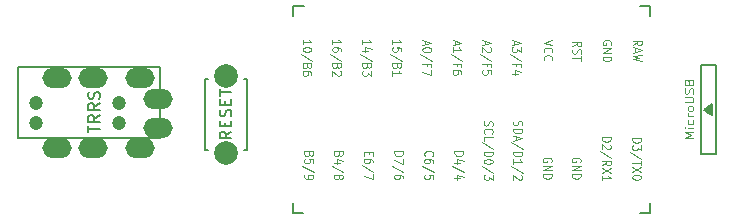
<source format=gbr>
%TF.GenerationSoftware,KiCad,Pcbnew,7.0.1-0*%
%TF.CreationDate,2023-08-16T18:46:33+09:00*%
%TF.ProjectId,jisaku20,6a697361-6b75-4323-902e-6b696361645f,rev?*%
%TF.SameCoordinates,Original*%
%TF.FileFunction,Legend,Top*%
%TF.FilePolarity,Positive*%
%FSLAX46Y46*%
G04 Gerber Fmt 4.6, Leading zero omitted, Abs format (unit mm)*
G04 Created by KiCad (PCBNEW 7.0.1-0) date 2023-08-16 18:46:33*
%MOMM*%
%LPD*%
G01*
G04 APERTURE LIST*
%ADD10C,0.150000*%
%ADD11C,0.125000*%
%ADD12C,0.120000*%
%ADD13C,1.200000*%
%ADD14O,2.500000X1.700000*%
%ADD15C,2.000000*%
G04 APERTURE END LIST*
D10*
%TO.C,J1*%
X16172619Y17108095D02*
X16172619Y17679523D01*
X17172619Y17393809D02*
X16172619Y17393809D01*
X17172619Y18584285D02*
X16696428Y18250952D01*
X17172619Y18012857D02*
X16172619Y18012857D01*
X16172619Y18012857D02*
X16172619Y18393809D01*
X16172619Y18393809D02*
X16220238Y18489047D01*
X16220238Y18489047D02*
X16267857Y18536666D01*
X16267857Y18536666D02*
X16363095Y18584285D01*
X16363095Y18584285D02*
X16505952Y18584285D01*
X16505952Y18584285D02*
X16601190Y18536666D01*
X16601190Y18536666D02*
X16648809Y18489047D01*
X16648809Y18489047D02*
X16696428Y18393809D01*
X16696428Y18393809D02*
X16696428Y18012857D01*
X17172619Y19584285D02*
X16696428Y19250952D01*
X17172619Y19012857D02*
X16172619Y19012857D01*
X16172619Y19012857D02*
X16172619Y19393809D01*
X16172619Y19393809D02*
X16220238Y19489047D01*
X16220238Y19489047D02*
X16267857Y19536666D01*
X16267857Y19536666D02*
X16363095Y19584285D01*
X16363095Y19584285D02*
X16505952Y19584285D01*
X16505952Y19584285D02*
X16601190Y19536666D01*
X16601190Y19536666D02*
X16648809Y19489047D01*
X16648809Y19489047D02*
X16696428Y19393809D01*
X16696428Y19393809D02*
X16696428Y19012857D01*
X17125000Y19965238D02*
X17172619Y20108095D01*
X17172619Y20108095D02*
X17172619Y20346190D01*
X17172619Y20346190D02*
X17125000Y20441428D01*
X17125000Y20441428D02*
X17077380Y20489047D01*
X17077380Y20489047D02*
X16982142Y20536666D01*
X16982142Y20536666D02*
X16886904Y20536666D01*
X16886904Y20536666D02*
X16791666Y20489047D01*
X16791666Y20489047D02*
X16744047Y20441428D01*
X16744047Y20441428D02*
X16696428Y20346190D01*
X16696428Y20346190D02*
X16648809Y20155714D01*
X16648809Y20155714D02*
X16601190Y20060476D01*
X16601190Y20060476D02*
X16553571Y20012857D01*
X16553571Y20012857D02*
X16458333Y19965238D01*
X16458333Y19965238D02*
X16363095Y19965238D01*
X16363095Y19965238D02*
X16267857Y20012857D01*
X16267857Y20012857D02*
X16220238Y20060476D01*
X16220238Y20060476D02*
X16172619Y20155714D01*
X16172619Y20155714D02*
X16172619Y20393809D01*
X16172619Y20393809D02*
X16220238Y20536666D01*
D11*
%TO.C,U1*%
X55389321Y14596875D02*
X55425035Y14660685D01*
X55425035Y14660685D02*
X55425035Y14756399D01*
X55425035Y14756399D02*
X55389321Y14852113D01*
X55389321Y14852113D02*
X55317892Y14915923D01*
X55317892Y14915923D02*
X55246464Y14947828D01*
X55246464Y14947828D02*
X55103607Y14979732D01*
X55103607Y14979732D02*
X54996464Y14979732D01*
X54996464Y14979732D02*
X54853607Y14947828D01*
X54853607Y14947828D02*
X54782178Y14915923D01*
X54782178Y14915923D02*
X54710750Y14852113D01*
X54710750Y14852113D02*
X54675035Y14756399D01*
X54675035Y14756399D02*
X54675035Y14692590D01*
X54675035Y14692590D02*
X54710750Y14596875D01*
X54710750Y14596875D02*
X54746464Y14564971D01*
X54746464Y14564971D02*
X54996464Y14564971D01*
X54996464Y14564971D02*
X54996464Y14692590D01*
X54675035Y14277828D02*
X55425035Y14277828D01*
X55425035Y14277828D02*
X54675035Y13894971D01*
X54675035Y13894971D02*
X55425035Y13894971D01*
X54675035Y13575923D02*
X55425035Y13575923D01*
X55425035Y13575923D02*
X55425035Y13416399D01*
X55425035Y13416399D02*
X55389321Y13320685D01*
X55389321Y13320685D02*
X55317892Y13256875D01*
X55317892Y13256875D02*
X55246464Y13224970D01*
X55246464Y13224970D02*
X55103607Y13193066D01*
X55103607Y13193066D02*
X54996464Y13193066D01*
X54996464Y13193066D02*
X54853607Y13224970D01*
X54853607Y13224970D02*
X54782178Y13256875D01*
X54782178Y13256875D02*
X54710750Y13320685D01*
X54710750Y13320685D02*
X54675035Y13416399D01*
X54675035Y13416399D02*
X54675035Y13575923D01*
X49710750Y18059018D02*
X49675035Y17963304D01*
X49675035Y17963304D02*
X49675035Y17803780D01*
X49675035Y17803780D02*
X49710750Y17739971D01*
X49710750Y17739971D02*
X49746464Y17708066D01*
X49746464Y17708066D02*
X49817892Y17676161D01*
X49817892Y17676161D02*
X49889321Y17676161D01*
X49889321Y17676161D02*
X49960750Y17708066D01*
X49960750Y17708066D02*
X49996464Y17739971D01*
X49996464Y17739971D02*
X50032178Y17803780D01*
X50032178Y17803780D02*
X50067892Y17931399D01*
X50067892Y17931399D02*
X50103607Y17995209D01*
X50103607Y17995209D02*
X50139321Y18027114D01*
X50139321Y18027114D02*
X50210750Y18059018D01*
X50210750Y18059018D02*
X50282178Y18059018D01*
X50282178Y18059018D02*
X50353607Y18027114D01*
X50353607Y18027114D02*
X50389321Y17995209D01*
X50389321Y17995209D02*
X50425035Y17931399D01*
X50425035Y17931399D02*
X50425035Y17771876D01*
X50425035Y17771876D02*
X50389321Y17676161D01*
X49746464Y17006162D02*
X49710750Y17038066D01*
X49710750Y17038066D02*
X49675035Y17133781D01*
X49675035Y17133781D02*
X49675035Y17197590D01*
X49675035Y17197590D02*
X49710750Y17293304D01*
X49710750Y17293304D02*
X49782178Y17357114D01*
X49782178Y17357114D02*
X49853607Y17389019D01*
X49853607Y17389019D02*
X49996464Y17420923D01*
X49996464Y17420923D02*
X50103607Y17420923D01*
X50103607Y17420923D02*
X50246464Y17389019D01*
X50246464Y17389019D02*
X50317892Y17357114D01*
X50317892Y17357114D02*
X50389321Y17293304D01*
X50389321Y17293304D02*
X50425035Y17197590D01*
X50425035Y17197590D02*
X50425035Y17133781D01*
X50425035Y17133781D02*
X50389321Y17038066D01*
X50389321Y17038066D02*
X50353607Y17006162D01*
X49675035Y16399971D02*
X49675035Y16719019D01*
X49675035Y16719019D02*
X50425035Y16719019D01*
X50460750Y15698066D02*
X49496464Y16272352D01*
X49675035Y15474733D02*
X50425035Y15474733D01*
X50425035Y15474733D02*
X50425035Y15315209D01*
X50425035Y15315209D02*
X50389321Y15219495D01*
X50389321Y15219495D02*
X50317892Y15155685D01*
X50317892Y15155685D02*
X50246464Y15123780D01*
X50246464Y15123780D02*
X50103607Y15091876D01*
X50103607Y15091876D02*
X49996464Y15091876D01*
X49996464Y15091876D02*
X49853607Y15123780D01*
X49853607Y15123780D02*
X49782178Y15155685D01*
X49782178Y15155685D02*
X49710750Y15219495D01*
X49710750Y15219495D02*
X49675035Y15315209D01*
X49675035Y15315209D02*
X49675035Y15474733D01*
X50425035Y14677114D02*
X50425035Y14613304D01*
X50425035Y14613304D02*
X50389321Y14549495D01*
X50389321Y14549495D02*
X50353607Y14517590D01*
X50353607Y14517590D02*
X50282178Y14485685D01*
X50282178Y14485685D02*
X50139321Y14453780D01*
X50139321Y14453780D02*
X49960750Y14453780D01*
X49960750Y14453780D02*
X49817892Y14485685D01*
X49817892Y14485685D02*
X49746464Y14517590D01*
X49746464Y14517590D02*
X49710750Y14549495D01*
X49710750Y14549495D02*
X49675035Y14613304D01*
X49675035Y14613304D02*
X49675035Y14677114D01*
X49675035Y14677114D02*
X49710750Y14740923D01*
X49710750Y14740923D02*
X49746464Y14772828D01*
X49746464Y14772828D02*
X49817892Y14804733D01*
X49817892Y14804733D02*
X49960750Y14836637D01*
X49960750Y14836637D02*
X50139321Y14836637D01*
X50139321Y14836637D02*
X50282178Y14804733D01*
X50282178Y14804733D02*
X50353607Y14772828D01*
X50353607Y14772828D02*
X50389321Y14740923D01*
X50389321Y14740923D02*
X50425035Y14677114D01*
X50460750Y13688066D02*
X49496464Y14262352D01*
X50425035Y13528542D02*
X50425035Y13113780D01*
X50425035Y13113780D02*
X50139321Y13337114D01*
X50139321Y13337114D02*
X50139321Y13241399D01*
X50139321Y13241399D02*
X50103607Y13177590D01*
X50103607Y13177590D02*
X50067892Y13145685D01*
X50067892Y13145685D02*
X49996464Y13113780D01*
X49996464Y13113780D02*
X49817892Y13113780D01*
X49817892Y13113780D02*
X49746464Y13145685D01*
X49746464Y13145685D02*
X49710750Y13177590D01*
X49710750Y13177590D02*
X49675035Y13241399D01*
X49675035Y13241399D02*
X49675035Y13432828D01*
X49675035Y13432828D02*
X49710750Y13496637D01*
X49710750Y13496637D02*
X49746464Y13528542D01*
X34867892Y15277589D02*
X34832178Y15181875D01*
X34832178Y15181875D02*
X34796464Y15149970D01*
X34796464Y15149970D02*
X34725035Y15118066D01*
X34725035Y15118066D02*
X34617892Y15118066D01*
X34617892Y15118066D02*
X34546464Y15149970D01*
X34546464Y15149970D02*
X34510750Y15181875D01*
X34510750Y15181875D02*
X34475035Y15245685D01*
X34475035Y15245685D02*
X34475035Y15500923D01*
X34475035Y15500923D02*
X35225035Y15500923D01*
X35225035Y15500923D02*
X35225035Y15277589D01*
X35225035Y15277589D02*
X35189321Y15213780D01*
X35189321Y15213780D02*
X35153607Y15181875D01*
X35153607Y15181875D02*
X35082178Y15149970D01*
X35082178Y15149970D02*
X35010750Y15149970D01*
X35010750Y15149970D02*
X34939321Y15181875D01*
X34939321Y15181875D02*
X34903607Y15213780D01*
X34903607Y15213780D02*
X34867892Y15277589D01*
X34867892Y15277589D02*
X34867892Y15500923D01*
X35225035Y14511875D02*
X35225035Y14830923D01*
X35225035Y14830923D02*
X34867892Y14862827D01*
X34867892Y14862827D02*
X34903607Y14830923D01*
X34903607Y14830923D02*
X34939321Y14767113D01*
X34939321Y14767113D02*
X34939321Y14607589D01*
X34939321Y14607589D02*
X34903607Y14543780D01*
X34903607Y14543780D02*
X34867892Y14511875D01*
X34867892Y14511875D02*
X34796464Y14479970D01*
X34796464Y14479970D02*
X34617892Y14479970D01*
X34617892Y14479970D02*
X34546464Y14511875D01*
X34546464Y14511875D02*
X34510750Y14543780D01*
X34510750Y14543780D02*
X34475035Y14607589D01*
X34475035Y14607589D02*
X34475035Y14767113D01*
X34475035Y14767113D02*
X34510750Y14830923D01*
X34510750Y14830923D02*
X34546464Y14862827D01*
X35260750Y13714256D02*
X34296464Y14288542D01*
X34475035Y13459018D02*
X34475035Y13331399D01*
X34475035Y13331399D02*
X34510750Y13267589D01*
X34510750Y13267589D02*
X34546464Y13235685D01*
X34546464Y13235685D02*
X34653607Y13171875D01*
X34653607Y13171875D02*
X34796464Y13139970D01*
X34796464Y13139970D02*
X35082178Y13139970D01*
X35082178Y13139970D02*
X35153607Y13171875D01*
X35153607Y13171875D02*
X35189321Y13203780D01*
X35189321Y13203780D02*
X35225035Y13267589D01*
X35225035Y13267589D02*
X35225035Y13395208D01*
X35225035Y13395208D02*
X35189321Y13459018D01*
X35189321Y13459018D02*
X35153607Y13490923D01*
X35153607Y13490923D02*
X35082178Y13522827D01*
X35082178Y13522827D02*
X34903607Y13522827D01*
X34903607Y13522827D02*
X34832178Y13490923D01*
X34832178Y13490923D02*
X34796464Y13459018D01*
X34796464Y13459018D02*
X34760750Y13395208D01*
X34760750Y13395208D02*
X34760750Y13267589D01*
X34760750Y13267589D02*
X34796464Y13203780D01*
X34796464Y13203780D02*
X34832178Y13171875D01*
X34832178Y13171875D02*
X34903607Y13139970D01*
X52239321Y24872113D02*
X52239321Y24553066D01*
X52025035Y24935923D02*
X52775035Y24712590D01*
X52775035Y24712590D02*
X52025035Y24489256D01*
X52775035Y24329732D02*
X52775035Y23914970D01*
X52775035Y23914970D02*
X52489321Y24138304D01*
X52489321Y24138304D02*
X52489321Y24042589D01*
X52489321Y24042589D02*
X52453607Y23978780D01*
X52453607Y23978780D02*
X52417892Y23946875D01*
X52417892Y23946875D02*
X52346464Y23914970D01*
X52346464Y23914970D02*
X52167892Y23914970D01*
X52167892Y23914970D02*
X52096464Y23946875D01*
X52096464Y23946875D02*
X52060750Y23978780D01*
X52060750Y23978780D02*
X52025035Y24042589D01*
X52025035Y24042589D02*
X52025035Y24234018D01*
X52025035Y24234018D02*
X52060750Y24297827D01*
X52060750Y24297827D02*
X52096464Y24329732D01*
X52810750Y23149256D02*
X51846464Y23723542D01*
X52417892Y22702589D02*
X52417892Y22925923D01*
X52025035Y22925923D02*
X52775035Y22925923D01*
X52775035Y22925923D02*
X52775035Y22606875D01*
X52525035Y22064494D02*
X52025035Y22064494D01*
X52810750Y22224018D02*
X52275035Y22383541D01*
X52275035Y22383541D02*
X52275035Y21968780D01*
X59675035Y16704971D02*
X60425035Y16704971D01*
X60425035Y16704971D02*
X60425035Y16545447D01*
X60425035Y16545447D02*
X60389321Y16449733D01*
X60389321Y16449733D02*
X60317892Y16385923D01*
X60317892Y16385923D02*
X60246464Y16354018D01*
X60246464Y16354018D02*
X60103607Y16322114D01*
X60103607Y16322114D02*
X59996464Y16322114D01*
X59996464Y16322114D02*
X59853607Y16354018D01*
X59853607Y16354018D02*
X59782178Y16385923D01*
X59782178Y16385923D02*
X59710750Y16449733D01*
X59710750Y16449733D02*
X59675035Y16545447D01*
X59675035Y16545447D02*
X59675035Y16704971D01*
X60353607Y16066875D02*
X60389321Y16034971D01*
X60389321Y16034971D02*
X60425035Y15971161D01*
X60425035Y15971161D02*
X60425035Y15811637D01*
X60425035Y15811637D02*
X60389321Y15747828D01*
X60389321Y15747828D02*
X60353607Y15715923D01*
X60353607Y15715923D02*
X60282178Y15684018D01*
X60282178Y15684018D02*
X60210750Y15684018D01*
X60210750Y15684018D02*
X60103607Y15715923D01*
X60103607Y15715923D02*
X59675035Y16098780D01*
X59675035Y16098780D02*
X59675035Y15684018D01*
X60460750Y14918304D02*
X59496464Y15492590D01*
X59675035Y14312114D02*
X60032178Y14535447D01*
X59675035Y14694971D02*
X60425035Y14694971D01*
X60425035Y14694971D02*
X60425035Y14439733D01*
X60425035Y14439733D02*
X60389321Y14375923D01*
X60389321Y14375923D02*
X60353607Y14344018D01*
X60353607Y14344018D02*
X60282178Y14312114D01*
X60282178Y14312114D02*
X60175035Y14312114D01*
X60175035Y14312114D02*
X60103607Y14344018D01*
X60103607Y14344018D02*
X60067892Y14375923D01*
X60067892Y14375923D02*
X60032178Y14439733D01*
X60032178Y14439733D02*
X60032178Y14694971D01*
X60425035Y14088780D02*
X59675035Y13642114D01*
X60425035Y13642114D02*
X59675035Y14088780D01*
X59675035Y13035923D02*
X59675035Y13418780D01*
X59675035Y13227352D02*
X60425035Y13227352D01*
X60425035Y13227352D02*
X60317892Y13291161D01*
X60317892Y13291161D02*
X60246464Y13354971D01*
X60246464Y13354971D02*
X60210750Y13418780D01*
D12*
X67418964Y16644971D02*
X66668964Y16644971D01*
X66668964Y16644971D02*
X67204678Y16894971D01*
X67204678Y16894971D02*
X66668964Y17144971D01*
X66668964Y17144971D02*
X67418964Y17144971D01*
X67418964Y17502114D02*
X66918964Y17502114D01*
X66668964Y17502114D02*
X66704678Y17466400D01*
X66704678Y17466400D02*
X66740392Y17502114D01*
X66740392Y17502114D02*
X66704678Y17537828D01*
X66704678Y17537828D02*
X66668964Y17502114D01*
X66668964Y17502114D02*
X66740392Y17502114D01*
X67383250Y18180686D02*
X67418964Y18109257D01*
X67418964Y18109257D02*
X67418964Y17966400D01*
X67418964Y17966400D02*
X67383250Y17894971D01*
X67383250Y17894971D02*
X67347535Y17859257D01*
X67347535Y17859257D02*
X67276107Y17823543D01*
X67276107Y17823543D02*
X67061821Y17823543D01*
X67061821Y17823543D02*
X66990392Y17859257D01*
X66990392Y17859257D02*
X66954678Y17894971D01*
X66954678Y17894971D02*
X66918964Y17966400D01*
X66918964Y17966400D02*
X66918964Y18109257D01*
X66918964Y18109257D02*
X66954678Y18180686D01*
X67418964Y18502114D02*
X66918964Y18502114D01*
X67061821Y18502114D02*
X66990392Y18537828D01*
X66990392Y18537828D02*
X66954678Y18573543D01*
X66954678Y18573543D02*
X66918964Y18644971D01*
X66918964Y18644971D02*
X66918964Y18716400D01*
X67418964Y19073543D02*
X67383250Y19002114D01*
X67383250Y19002114D02*
X67347535Y18966400D01*
X67347535Y18966400D02*
X67276107Y18930686D01*
X67276107Y18930686D02*
X67061821Y18930686D01*
X67061821Y18930686D02*
X66990392Y18966400D01*
X66990392Y18966400D02*
X66954678Y19002114D01*
X66954678Y19002114D02*
X66918964Y19073543D01*
X66918964Y19073543D02*
X66918964Y19180686D01*
X66918964Y19180686D02*
X66954678Y19252114D01*
X66954678Y19252114D02*
X66990392Y19287829D01*
X66990392Y19287829D02*
X67061821Y19323543D01*
X67061821Y19323543D02*
X67276107Y19323543D01*
X67276107Y19323543D02*
X67347535Y19287829D01*
X67347535Y19287829D02*
X67383250Y19252114D01*
X67383250Y19252114D02*
X67418964Y19180686D01*
X67418964Y19180686D02*
X67418964Y19073543D01*
X66668964Y19644971D02*
X67276107Y19644971D01*
X67276107Y19644971D02*
X67347535Y19680685D01*
X67347535Y19680685D02*
X67383250Y19716400D01*
X67383250Y19716400D02*
X67418964Y19787828D01*
X67418964Y19787828D02*
X67418964Y19930685D01*
X67418964Y19930685D02*
X67383250Y20002114D01*
X67383250Y20002114D02*
X67347535Y20037828D01*
X67347535Y20037828D02*
X67276107Y20073542D01*
X67276107Y20073542D02*
X66668964Y20073542D01*
X67383250Y20394971D02*
X67418964Y20502114D01*
X67418964Y20502114D02*
X67418964Y20680685D01*
X67418964Y20680685D02*
X67383250Y20752114D01*
X67383250Y20752114D02*
X67347535Y20787828D01*
X67347535Y20787828D02*
X67276107Y20823542D01*
X67276107Y20823542D02*
X67204678Y20823542D01*
X67204678Y20823542D02*
X67133250Y20787828D01*
X67133250Y20787828D02*
X67097535Y20752114D01*
X67097535Y20752114D02*
X67061821Y20680685D01*
X67061821Y20680685D02*
X67026107Y20537828D01*
X67026107Y20537828D02*
X66990392Y20466399D01*
X66990392Y20466399D02*
X66954678Y20430685D01*
X66954678Y20430685D02*
X66883250Y20394971D01*
X66883250Y20394971D02*
X66811821Y20394971D01*
X66811821Y20394971D02*
X66740392Y20430685D01*
X66740392Y20430685D02*
X66704678Y20466399D01*
X66704678Y20466399D02*
X66668964Y20537828D01*
X66668964Y20537828D02*
X66668964Y20716399D01*
X66668964Y20716399D02*
X66704678Y20823542D01*
X67026107Y21394971D02*
X67061821Y21502114D01*
X67061821Y21502114D02*
X67097535Y21537828D01*
X67097535Y21537828D02*
X67168964Y21573542D01*
X67168964Y21573542D02*
X67276107Y21573542D01*
X67276107Y21573542D02*
X67347535Y21537828D01*
X67347535Y21537828D02*
X67383250Y21502114D01*
X67383250Y21502114D02*
X67418964Y21430685D01*
X67418964Y21430685D02*
X67418964Y21144971D01*
X67418964Y21144971D02*
X66668964Y21144971D01*
X66668964Y21144971D02*
X66668964Y21394971D01*
X66668964Y21394971D02*
X66704678Y21466400D01*
X66704678Y21466400D02*
X66740392Y21502114D01*
X66740392Y21502114D02*
X66811821Y21537828D01*
X66811821Y21537828D02*
X66883250Y21537828D01*
X66883250Y21537828D02*
X66954678Y21502114D01*
X66954678Y21502114D02*
X66990392Y21466400D01*
X66990392Y21466400D02*
X67026107Y21394971D01*
X67026107Y21394971D02*
X67026107Y21144971D01*
D11*
X62225035Y16625209D02*
X62975035Y16625209D01*
X62975035Y16625209D02*
X62975035Y16465685D01*
X62975035Y16465685D02*
X62939321Y16369971D01*
X62939321Y16369971D02*
X62867892Y16306161D01*
X62867892Y16306161D02*
X62796464Y16274256D01*
X62796464Y16274256D02*
X62653607Y16242352D01*
X62653607Y16242352D02*
X62546464Y16242352D01*
X62546464Y16242352D02*
X62403607Y16274256D01*
X62403607Y16274256D02*
X62332178Y16306161D01*
X62332178Y16306161D02*
X62260750Y16369971D01*
X62260750Y16369971D02*
X62225035Y16465685D01*
X62225035Y16465685D02*
X62225035Y16625209D01*
X62975035Y16019018D02*
X62975035Y15604256D01*
X62975035Y15604256D02*
X62689321Y15827590D01*
X62689321Y15827590D02*
X62689321Y15731875D01*
X62689321Y15731875D02*
X62653607Y15668066D01*
X62653607Y15668066D02*
X62617892Y15636161D01*
X62617892Y15636161D02*
X62546464Y15604256D01*
X62546464Y15604256D02*
X62367892Y15604256D01*
X62367892Y15604256D02*
X62296464Y15636161D01*
X62296464Y15636161D02*
X62260750Y15668066D01*
X62260750Y15668066D02*
X62225035Y15731875D01*
X62225035Y15731875D02*
X62225035Y15923304D01*
X62225035Y15923304D02*
X62260750Y15987113D01*
X62260750Y15987113D02*
X62296464Y16019018D01*
X63010750Y14838542D02*
X62046464Y15412828D01*
X62975035Y14710923D02*
X62975035Y14328066D01*
X62225035Y14519494D02*
X62975035Y14519494D01*
X62975035Y14168542D02*
X62225035Y13721876D01*
X62975035Y13721876D02*
X62225035Y14168542D01*
X62975035Y13339019D02*
X62975035Y13275209D01*
X62975035Y13275209D02*
X62939321Y13211400D01*
X62939321Y13211400D02*
X62903607Y13179495D01*
X62903607Y13179495D02*
X62832178Y13147590D01*
X62832178Y13147590D02*
X62689321Y13115685D01*
X62689321Y13115685D02*
X62510750Y13115685D01*
X62510750Y13115685D02*
X62367892Y13147590D01*
X62367892Y13147590D02*
X62296464Y13179495D01*
X62296464Y13179495D02*
X62260750Y13211400D01*
X62260750Y13211400D02*
X62225035Y13275209D01*
X62225035Y13275209D02*
X62225035Y13339019D01*
X62225035Y13339019D02*
X62260750Y13402828D01*
X62260750Y13402828D02*
X62296464Y13434733D01*
X62296464Y13434733D02*
X62367892Y13466638D01*
X62367892Y13466638D02*
X62510750Y13498542D01*
X62510750Y13498542D02*
X62689321Y13498542D01*
X62689321Y13498542D02*
X62832178Y13466638D01*
X62832178Y13466638D02*
X62903607Y13434733D01*
X62903607Y13434733D02*
X62939321Y13402828D01*
X62939321Y13402828D02*
X62975035Y13339019D01*
X57175035Y24403304D02*
X57532178Y24626637D01*
X57175035Y24786161D02*
X57925035Y24786161D01*
X57925035Y24786161D02*
X57925035Y24530923D01*
X57925035Y24530923D02*
X57889321Y24467113D01*
X57889321Y24467113D02*
X57853607Y24435208D01*
X57853607Y24435208D02*
X57782178Y24403304D01*
X57782178Y24403304D02*
X57675035Y24403304D01*
X57675035Y24403304D02*
X57603607Y24435208D01*
X57603607Y24435208D02*
X57567892Y24467113D01*
X57567892Y24467113D02*
X57532178Y24530923D01*
X57532178Y24530923D02*
X57532178Y24786161D01*
X57210750Y24148065D02*
X57175035Y24052351D01*
X57175035Y24052351D02*
X57175035Y23892827D01*
X57175035Y23892827D02*
X57210750Y23829018D01*
X57210750Y23829018D02*
X57246464Y23797113D01*
X57246464Y23797113D02*
X57317892Y23765208D01*
X57317892Y23765208D02*
X57389321Y23765208D01*
X57389321Y23765208D02*
X57460750Y23797113D01*
X57460750Y23797113D02*
X57496464Y23829018D01*
X57496464Y23829018D02*
X57532178Y23892827D01*
X57532178Y23892827D02*
X57567892Y24020446D01*
X57567892Y24020446D02*
X57603607Y24084256D01*
X57603607Y24084256D02*
X57639321Y24116161D01*
X57639321Y24116161D02*
X57710750Y24148065D01*
X57710750Y24148065D02*
X57782178Y24148065D01*
X57782178Y24148065D02*
X57853607Y24116161D01*
X57853607Y24116161D02*
X57889321Y24084256D01*
X57889321Y24084256D02*
X57925035Y24020446D01*
X57925035Y24020446D02*
X57925035Y23860923D01*
X57925035Y23860923D02*
X57889321Y23765208D01*
X57925035Y23573780D02*
X57925035Y23190923D01*
X57175035Y23382351D02*
X57925035Y23382351D01*
X34325035Y24569018D02*
X34325035Y24951875D01*
X34325035Y24760447D02*
X35075035Y24760447D01*
X35075035Y24760447D02*
X34967892Y24824256D01*
X34967892Y24824256D02*
X34896464Y24888066D01*
X34896464Y24888066D02*
X34860750Y24951875D01*
X35075035Y24154257D02*
X35075035Y24090447D01*
X35075035Y24090447D02*
X35039321Y24026638D01*
X35039321Y24026638D02*
X35003607Y23994733D01*
X35003607Y23994733D02*
X34932178Y23962828D01*
X34932178Y23962828D02*
X34789321Y23930923D01*
X34789321Y23930923D02*
X34610750Y23930923D01*
X34610750Y23930923D02*
X34467892Y23962828D01*
X34467892Y23962828D02*
X34396464Y23994733D01*
X34396464Y23994733D02*
X34360750Y24026638D01*
X34360750Y24026638D02*
X34325035Y24090447D01*
X34325035Y24090447D02*
X34325035Y24154257D01*
X34325035Y24154257D02*
X34360750Y24218066D01*
X34360750Y24218066D02*
X34396464Y24249971D01*
X34396464Y24249971D02*
X34467892Y24281876D01*
X34467892Y24281876D02*
X34610750Y24313780D01*
X34610750Y24313780D02*
X34789321Y24313780D01*
X34789321Y24313780D02*
X34932178Y24281876D01*
X34932178Y24281876D02*
X35003607Y24249971D01*
X35003607Y24249971D02*
X35039321Y24218066D01*
X35039321Y24218066D02*
X35075035Y24154257D01*
X35110750Y23165209D02*
X34146464Y23739495D01*
X34717892Y22718542D02*
X34682178Y22622828D01*
X34682178Y22622828D02*
X34646464Y22590923D01*
X34646464Y22590923D02*
X34575035Y22559019D01*
X34575035Y22559019D02*
X34467892Y22559019D01*
X34467892Y22559019D02*
X34396464Y22590923D01*
X34396464Y22590923D02*
X34360750Y22622828D01*
X34360750Y22622828D02*
X34325035Y22686638D01*
X34325035Y22686638D02*
X34325035Y22941876D01*
X34325035Y22941876D02*
X35075035Y22941876D01*
X35075035Y22941876D02*
X35075035Y22718542D01*
X35075035Y22718542D02*
X35039321Y22654733D01*
X35039321Y22654733D02*
X35003607Y22622828D01*
X35003607Y22622828D02*
X34932178Y22590923D01*
X34932178Y22590923D02*
X34860750Y22590923D01*
X34860750Y22590923D02*
X34789321Y22622828D01*
X34789321Y22622828D02*
X34753607Y22654733D01*
X34753607Y22654733D02*
X34717892Y22718542D01*
X34717892Y22718542D02*
X34717892Y22941876D01*
X35075035Y21984733D02*
X35075035Y22112352D01*
X35075035Y22112352D02*
X35039321Y22176161D01*
X35039321Y22176161D02*
X35003607Y22208066D01*
X35003607Y22208066D02*
X34896464Y22271876D01*
X34896464Y22271876D02*
X34753607Y22303780D01*
X34753607Y22303780D02*
X34467892Y22303780D01*
X34467892Y22303780D02*
X34396464Y22271876D01*
X34396464Y22271876D02*
X34360750Y22239971D01*
X34360750Y22239971D02*
X34325035Y22176161D01*
X34325035Y22176161D02*
X34325035Y22048542D01*
X34325035Y22048542D02*
X34360750Y21984733D01*
X34360750Y21984733D02*
X34396464Y21952828D01*
X34396464Y21952828D02*
X34467892Y21920923D01*
X34467892Y21920923D02*
X34646464Y21920923D01*
X34646464Y21920923D02*
X34717892Y21952828D01*
X34717892Y21952828D02*
X34753607Y21984733D01*
X34753607Y21984733D02*
X34789321Y22048542D01*
X34789321Y22048542D02*
X34789321Y22176161D01*
X34789321Y22176161D02*
X34753607Y22239971D01*
X34753607Y22239971D02*
X34717892Y22271876D01*
X34717892Y22271876D02*
X34646464Y22303780D01*
X62275035Y24499019D02*
X62632178Y24722352D01*
X62275035Y24881876D02*
X63025035Y24881876D01*
X63025035Y24881876D02*
X63025035Y24626638D01*
X63025035Y24626638D02*
X62989321Y24562828D01*
X62989321Y24562828D02*
X62953607Y24530923D01*
X62953607Y24530923D02*
X62882178Y24499019D01*
X62882178Y24499019D02*
X62775035Y24499019D01*
X62775035Y24499019D02*
X62703607Y24530923D01*
X62703607Y24530923D02*
X62667892Y24562828D01*
X62667892Y24562828D02*
X62632178Y24626638D01*
X62632178Y24626638D02*
X62632178Y24881876D01*
X62489321Y24243780D02*
X62489321Y23924733D01*
X62275035Y24307590D02*
X63025035Y24084257D01*
X63025035Y24084257D02*
X62275035Y23860923D01*
X63025035Y23701399D02*
X62275035Y23541875D01*
X62275035Y23541875D02*
X62810750Y23414256D01*
X62810750Y23414256D02*
X62275035Y23286637D01*
X62275035Y23286637D02*
X63025035Y23127114D01*
X42075035Y15500923D02*
X42825035Y15500923D01*
X42825035Y15500923D02*
X42825035Y15341399D01*
X42825035Y15341399D02*
X42789321Y15245685D01*
X42789321Y15245685D02*
X42717892Y15181875D01*
X42717892Y15181875D02*
X42646464Y15149970D01*
X42646464Y15149970D02*
X42503607Y15118066D01*
X42503607Y15118066D02*
X42396464Y15118066D01*
X42396464Y15118066D02*
X42253607Y15149970D01*
X42253607Y15149970D02*
X42182178Y15181875D01*
X42182178Y15181875D02*
X42110750Y15245685D01*
X42110750Y15245685D02*
X42075035Y15341399D01*
X42075035Y15341399D02*
X42075035Y15500923D01*
X42825035Y14894732D02*
X42825035Y14448066D01*
X42825035Y14448066D02*
X42075035Y14735208D01*
X42860750Y13714256D02*
X41896464Y14288542D01*
X42825035Y13203780D02*
X42825035Y13331399D01*
X42825035Y13331399D02*
X42789321Y13395208D01*
X42789321Y13395208D02*
X42753607Y13427113D01*
X42753607Y13427113D02*
X42646464Y13490923D01*
X42646464Y13490923D02*
X42503607Y13522827D01*
X42503607Y13522827D02*
X42217892Y13522827D01*
X42217892Y13522827D02*
X42146464Y13490923D01*
X42146464Y13490923D02*
X42110750Y13459018D01*
X42110750Y13459018D02*
X42075035Y13395208D01*
X42075035Y13395208D02*
X42075035Y13267589D01*
X42075035Y13267589D02*
X42110750Y13203780D01*
X42110750Y13203780D02*
X42146464Y13171875D01*
X42146464Y13171875D02*
X42217892Y13139970D01*
X42217892Y13139970D02*
X42396464Y13139970D01*
X42396464Y13139970D02*
X42467892Y13171875D01*
X42467892Y13171875D02*
X42503607Y13203780D01*
X42503607Y13203780D02*
X42539321Y13267589D01*
X42539321Y13267589D02*
X42539321Y13395208D01*
X42539321Y13395208D02*
X42503607Y13459018D01*
X42503607Y13459018D02*
X42467892Y13490923D01*
X42467892Y13490923D02*
X42396464Y13522827D01*
X55475035Y24929733D02*
X54725035Y24706400D01*
X54725035Y24706400D02*
X55475035Y24483066D01*
X54796464Y23876876D02*
X54760750Y23908780D01*
X54760750Y23908780D02*
X54725035Y24004495D01*
X54725035Y24004495D02*
X54725035Y24068304D01*
X54725035Y24068304D02*
X54760750Y24164018D01*
X54760750Y24164018D02*
X54832178Y24227828D01*
X54832178Y24227828D02*
X54903607Y24259733D01*
X54903607Y24259733D02*
X55046464Y24291637D01*
X55046464Y24291637D02*
X55153607Y24291637D01*
X55153607Y24291637D02*
X55296464Y24259733D01*
X55296464Y24259733D02*
X55367892Y24227828D01*
X55367892Y24227828D02*
X55439321Y24164018D01*
X55439321Y24164018D02*
X55475035Y24068304D01*
X55475035Y24068304D02*
X55475035Y24004495D01*
X55475035Y24004495D02*
X55439321Y23908780D01*
X55439321Y23908780D02*
X55403607Y23876876D01*
X54796464Y23206876D02*
X54760750Y23238780D01*
X54760750Y23238780D02*
X54725035Y23334495D01*
X54725035Y23334495D02*
X54725035Y23398304D01*
X54725035Y23398304D02*
X54760750Y23494018D01*
X54760750Y23494018D02*
X54832178Y23557828D01*
X54832178Y23557828D02*
X54903607Y23589733D01*
X54903607Y23589733D02*
X55046464Y23621637D01*
X55046464Y23621637D02*
X55153607Y23621637D01*
X55153607Y23621637D02*
X55296464Y23589733D01*
X55296464Y23589733D02*
X55367892Y23557828D01*
X55367892Y23557828D02*
X55439321Y23494018D01*
X55439321Y23494018D02*
X55475035Y23398304D01*
X55475035Y23398304D02*
X55475035Y23334495D01*
X55475035Y23334495D02*
X55439321Y23238780D01*
X55439321Y23238780D02*
X55403607Y23206876D01*
X44689321Y24872113D02*
X44689321Y24553066D01*
X44475035Y24935923D02*
X45225035Y24712590D01*
X45225035Y24712590D02*
X44475035Y24489256D01*
X45225035Y24138304D02*
X45225035Y24074494D01*
X45225035Y24074494D02*
X45189321Y24010685D01*
X45189321Y24010685D02*
X45153607Y23978780D01*
X45153607Y23978780D02*
X45082178Y23946875D01*
X45082178Y23946875D02*
X44939321Y23914970D01*
X44939321Y23914970D02*
X44760750Y23914970D01*
X44760750Y23914970D02*
X44617892Y23946875D01*
X44617892Y23946875D02*
X44546464Y23978780D01*
X44546464Y23978780D02*
X44510750Y24010685D01*
X44510750Y24010685D02*
X44475035Y24074494D01*
X44475035Y24074494D02*
X44475035Y24138304D01*
X44475035Y24138304D02*
X44510750Y24202113D01*
X44510750Y24202113D02*
X44546464Y24234018D01*
X44546464Y24234018D02*
X44617892Y24265923D01*
X44617892Y24265923D02*
X44760750Y24297827D01*
X44760750Y24297827D02*
X44939321Y24297827D01*
X44939321Y24297827D02*
X45082178Y24265923D01*
X45082178Y24265923D02*
X45153607Y24234018D01*
X45153607Y24234018D02*
X45189321Y24202113D01*
X45189321Y24202113D02*
X45225035Y24138304D01*
X45260750Y23149256D02*
X44296464Y23723542D01*
X44867892Y22702589D02*
X44867892Y22925923D01*
X44475035Y22925923D02*
X45225035Y22925923D01*
X45225035Y22925923D02*
X45225035Y22606875D01*
X45225035Y22415446D02*
X45225035Y21968780D01*
X45225035Y21968780D02*
X44475035Y22255922D01*
X39917892Y15469018D02*
X39917892Y15245684D01*
X39525035Y15149970D02*
X39525035Y15469018D01*
X39525035Y15469018D02*
X40275035Y15469018D01*
X40275035Y15469018D02*
X40275035Y15149970D01*
X40275035Y14575685D02*
X40275035Y14703304D01*
X40275035Y14703304D02*
X40239321Y14767113D01*
X40239321Y14767113D02*
X40203607Y14799018D01*
X40203607Y14799018D02*
X40096464Y14862828D01*
X40096464Y14862828D02*
X39953607Y14894732D01*
X39953607Y14894732D02*
X39667892Y14894732D01*
X39667892Y14894732D02*
X39596464Y14862828D01*
X39596464Y14862828D02*
X39560750Y14830923D01*
X39560750Y14830923D02*
X39525035Y14767113D01*
X39525035Y14767113D02*
X39525035Y14639494D01*
X39525035Y14639494D02*
X39560750Y14575685D01*
X39560750Y14575685D02*
X39596464Y14543780D01*
X39596464Y14543780D02*
X39667892Y14511875D01*
X39667892Y14511875D02*
X39846464Y14511875D01*
X39846464Y14511875D02*
X39917892Y14543780D01*
X39917892Y14543780D02*
X39953607Y14575685D01*
X39953607Y14575685D02*
X39989321Y14639494D01*
X39989321Y14639494D02*
X39989321Y14767113D01*
X39989321Y14767113D02*
X39953607Y14830923D01*
X39953607Y14830923D02*
X39917892Y14862828D01*
X39917892Y14862828D02*
X39846464Y14894732D01*
X40310750Y13746161D02*
X39346464Y14320447D01*
X40275035Y13586637D02*
X40275035Y13139971D01*
X40275035Y13139971D02*
X39525035Y13427113D01*
X44696464Y15118066D02*
X44660750Y15149970D01*
X44660750Y15149970D02*
X44625035Y15245685D01*
X44625035Y15245685D02*
X44625035Y15309494D01*
X44625035Y15309494D02*
X44660750Y15405208D01*
X44660750Y15405208D02*
X44732178Y15469018D01*
X44732178Y15469018D02*
X44803607Y15500923D01*
X44803607Y15500923D02*
X44946464Y15532827D01*
X44946464Y15532827D02*
X45053607Y15532827D01*
X45053607Y15532827D02*
X45196464Y15500923D01*
X45196464Y15500923D02*
X45267892Y15469018D01*
X45267892Y15469018D02*
X45339321Y15405208D01*
X45339321Y15405208D02*
X45375035Y15309494D01*
X45375035Y15309494D02*
X45375035Y15245685D01*
X45375035Y15245685D02*
X45339321Y15149970D01*
X45339321Y15149970D02*
X45303607Y15118066D01*
X45375035Y14543780D02*
X45375035Y14671399D01*
X45375035Y14671399D02*
X45339321Y14735208D01*
X45339321Y14735208D02*
X45303607Y14767113D01*
X45303607Y14767113D02*
X45196464Y14830923D01*
X45196464Y14830923D02*
X45053607Y14862827D01*
X45053607Y14862827D02*
X44767892Y14862827D01*
X44767892Y14862827D02*
X44696464Y14830923D01*
X44696464Y14830923D02*
X44660750Y14799018D01*
X44660750Y14799018D02*
X44625035Y14735208D01*
X44625035Y14735208D02*
X44625035Y14607589D01*
X44625035Y14607589D02*
X44660750Y14543780D01*
X44660750Y14543780D02*
X44696464Y14511875D01*
X44696464Y14511875D02*
X44767892Y14479970D01*
X44767892Y14479970D02*
X44946464Y14479970D01*
X44946464Y14479970D02*
X45017892Y14511875D01*
X45017892Y14511875D02*
X45053607Y14543780D01*
X45053607Y14543780D02*
X45089321Y14607589D01*
X45089321Y14607589D02*
X45089321Y14735208D01*
X45089321Y14735208D02*
X45053607Y14799018D01*
X45053607Y14799018D02*
X45017892Y14830923D01*
X45017892Y14830923D02*
X44946464Y14862827D01*
X45410750Y13714256D02*
X44446464Y14288542D01*
X45375035Y13171875D02*
X45375035Y13490923D01*
X45375035Y13490923D02*
X45017892Y13522827D01*
X45017892Y13522827D02*
X45053607Y13490923D01*
X45053607Y13490923D02*
X45089321Y13427113D01*
X45089321Y13427113D02*
X45089321Y13267589D01*
X45089321Y13267589D02*
X45053607Y13203780D01*
X45053607Y13203780D02*
X45017892Y13171875D01*
X45017892Y13171875D02*
X44946464Y13139970D01*
X44946464Y13139970D02*
X44767892Y13139970D01*
X44767892Y13139970D02*
X44696464Y13171875D01*
X44696464Y13171875D02*
X44660750Y13203780D01*
X44660750Y13203780D02*
X44625035Y13267589D01*
X44625035Y13267589D02*
X44625035Y13427113D01*
X44625035Y13427113D02*
X44660750Y13490923D01*
X44660750Y13490923D02*
X44696464Y13522827D01*
D12*
X67418964Y16644971D02*
X66668964Y16644971D01*
X66668964Y16644971D02*
X67204678Y16894971D01*
X67204678Y16894971D02*
X66668964Y17144971D01*
X66668964Y17144971D02*
X67418964Y17144971D01*
X67418964Y17502114D02*
X66918964Y17502114D01*
X66668964Y17502114D02*
X66704678Y17466400D01*
X66704678Y17466400D02*
X66740392Y17502114D01*
X66740392Y17502114D02*
X66704678Y17537828D01*
X66704678Y17537828D02*
X66668964Y17502114D01*
X66668964Y17502114D02*
X66740392Y17502114D01*
X67383250Y18180686D02*
X67418964Y18109257D01*
X67418964Y18109257D02*
X67418964Y17966400D01*
X67418964Y17966400D02*
X67383250Y17894971D01*
X67383250Y17894971D02*
X67347535Y17859257D01*
X67347535Y17859257D02*
X67276107Y17823543D01*
X67276107Y17823543D02*
X67061821Y17823543D01*
X67061821Y17823543D02*
X66990392Y17859257D01*
X66990392Y17859257D02*
X66954678Y17894971D01*
X66954678Y17894971D02*
X66918964Y17966400D01*
X66918964Y17966400D02*
X66918964Y18109257D01*
X66918964Y18109257D02*
X66954678Y18180686D01*
X67418964Y18502114D02*
X66918964Y18502114D01*
X67061821Y18502114D02*
X66990392Y18537828D01*
X66990392Y18537828D02*
X66954678Y18573543D01*
X66954678Y18573543D02*
X66918964Y18644971D01*
X66918964Y18644971D02*
X66918964Y18716400D01*
X67418964Y19073543D02*
X67383250Y19002114D01*
X67383250Y19002114D02*
X67347535Y18966400D01*
X67347535Y18966400D02*
X67276107Y18930686D01*
X67276107Y18930686D02*
X67061821Y18930686D01*
X67061821Y18930686D02*
X66990392Y18966400D01*
X66990392Y18966400D02*
X66954678Y19002114D01*
X66954678Y19002114D02*
X66918964Y19073543D01*
X66918964Y19073543D02*
X66918964Y19180686D01*
X66918964Y19180686D02*
X66954678Y19252114D01*
X66954678Y19252114D02*
X66990392Y19287829D01*
X66990392Y19287829D02*
X67061821Y19323543D01*
X67061821Y19323543D02*
X67276107Y19323543D01*
X67276107Y19323543D02*
X67347535Y19287829D01*
X67347535Y19287829D02*
X67383250Y19252114D01*
X67383250Y19252114D02*
X67418964Y19180686D01*
X67418964Y19180686D02*
X67418964Y19073543D01*
X66668964Y19644971D02*
X67276107Y19644971D01*
X67276107Y19644971D02*
X67347535Y19680685D01*
X67347535Y19680685D02*
X67383250Y19716400D01*
X67383250Y19716400D02*
X67418964Y19787828D01*
X67418964Y19787828D02*
X67418964Y19930685D01*
X67418964Y19930685D02*
X67383250Y20002114D01*
X67383250Y20002114D02*
X67347535Y20037828D01*
X67347535Y20037828D02*
X67276107Y20073542D01*
X67276107Y20073542D02*
X66668964Y20073542D01*
X67383250Y20394971D02*
X67418964Y20502114D01*
X67418964Y20502114D02*
X67418964Y20680685D01*
X67418964Y20680685D02*
X67383250Y20752114D01*
X67383250Y20752114D02*
X67347535Y20787828D01*
X67347535Y20787828D02*
X67276107Y20823542D01*
X67276107Y20823542D02*
X67204678Y20823542D01*
X67204678Y20823542D02*
X67133250Y20787828D01*
X67133250Y20787828D02*
X67097535Y20752114D01*
X67097535Y20752114D02*
X67061821Y20680685D01*
X67061821Y20680685D02*
X67026107Y20537828D01*
X67026107Y20537828D02*
X66990392Y20466399D01*
X66990392Y20466399D02*
X66954678Y20430685D01*
X66954678Y20430685D02*
X66883250Y20394971D01*
X66883250Y20394971D02*
X66811821Y20394971D01*
X66811821Y20394971D02*
X66740392Y20430685D01*
X66740392Y20430685D02*
X66704678Y20466399D01*
X66704678Y20466399D02*
X66668964Y20537828D01*
X66668964Y20537828D02*
X66668964Y20716399D01*
X66668964Y20716399D02*
X66704678Y20823542D01*
X67026107Y21394971D02*
X67061821Y21502114D01*
X67061821Y21502114D02*
X67097535Y21537828D01*
X67097535Y21537828D02*
X67168964Y21573542D01*
X67168964Y21573542D02*
X67276107Y21573542D01*
X67276107Y21573542D02*
X67347535Y21537828D01*
X67347535Y21537828D02*
X67383250Y21502114D01*
X67383250Y21502114D02*
X67418964Y21430685D01*
X67418964Y21430685D02*
X67418964Y21144971D01*
X67418964Y21144971D02*
X66668964Y21144971D01*
X66668964Y21144971D02*
X66668964Y21394971D01*
X66668964Y21394971D02*
X66704678Y21466400D01*
X66704678Y21466400D02*
X66740392Y21502114D01*
X66740392Y21502114D02*
X66811821Y21537828D01*
X66811821Y21537828D02*
X66883250Y21537828D01*
X66883250Y21537828D02*
X66954678Y21502114D01*
X66954678Y21502114D02*
X66990392Y21466400D01*
X66990392Y21466400D02*
X67026107Y21394971D01*
X67026107Y21394971D02*
X67026107Y21144971D01*
D11*
X57839321Y14596875D02*
X57875035Y14660685D01*
X57875035Y14660685D02*
X57875035Y14756399D01*
X57875035Y14756399D02*
X57839321Y14852113D01*
X57839321Y14852113D02*
X57767892Y14915923D01*
X57767892Y14915923D02*
X57696464Y14947828D01*
X57696464Y14947828D02*
X57553607Y14979732D01*
X57553607Y14979732D02*
X57446464Y14979732D01*
X57446464Y14979732D02*
X57303607Y14947828D01*
X57303607Y14947828D02*
X57232178Y14915923D01*
X57232178Y14915923D02*
X57160750Y14852113D01*
X57160750Y14852113D02*
X57125035Y14756399D01*
X57125035Y14756399D02*
X57125035Y14692590D01*
X57125035Y14692590D02*
X57160750Y14596875D01*
X57160750Y14596875D02*
X57196464Y14564971D01*
X57196464Y14564971D02*
X57446464Y14564971D01*
X57446464Y14564971D02*
X57446464Y14692590D01*
X57125035Y14277828D02*
X57875035Y14277828D01*
X57875035Y14277828D02*
X57125035Y13894971D01*
X57125035Y13894971D02*
X57875035Y13894971D01*
X57125035Y13575923D02*
X57875035Y13575923D01*
X57875035Y13575923D02*
X57875035Y13416399D01*
X57875035Y13416399D02*
X57839321Y13320685D01*
X57839321Y13320685D02*
X57767892Y13256875D01*
X57767892Y13256875D02*
X57696464Y13224970D01*
X57696464Y13224970D02*
X57553607Y13193066D01*
X57553607Y13193066D02*
X57446464Y13193066D01*
X57446464Y13193066D02*
X57303607Y13224970D01*
X57303607Y13224970D02*
X57232178Y13256875D01*
X57232178Y13256875D02*
X57160750Y13320685D01*
X57160750Y13320685D02*
X57125035Y13416399D01*
X57125035Y13416399D02*
X57125035Y13575923D01*
X52210750Y18074970D02*
X52175035Y17979256D01*
X52175035Y17979256D02*
X52175035Y17819732D01*
X52175035Y17819732D02*
X52210750Y17755923D01*
X52210750Y17755923D02*
X52246464Y17724018D01*
X52246464Y17724018D02*
X52317892Y17692113D01*
X52317892Y17692113D02*
X52389321Y17692113D01*
X52389321Y17692113D02*
X52460750Y17724018D01*
X52460750Y17724018D02*
X52496464Y17755923D01*
X52496464Y17755923D02*
X52532178Y17819732D01*
X52532178Y17819732D02*
X52567892Y17947351D01*
X52567892Y17947351D02*
X52603607Y18011161D01*
X52603607Y18011161D02*
X52639321Y18043066D01*
X52639321Y18043066D02*
X52710750Y18074970D01*
X52710750Y18074970D02*
X52782178Y18074970D01*
X52782178Y18074970D02*
X52853607Y18043066D01*
X52853607Y18043066D02*
X52889321Y18011161D01*
X52889321Y18011161D02*
X52925035Y17947351D01*
X52925035Y17947351D02*
X52925035Y17787828D01*
X52925035Y17787828D02*
X52889321Y17692113D01*
X52175035Y17404971D02*
X52925035Y17404971D01*
X52925035Y17404971D02*
X52925035Y17245447D01*
X52925035Y17245447D02*
X52889321Y17149733D01*
X52889321Y17149733D02*
X52817892Y17085923D01*
X52817892Y17085923D02*
X52746464Y17054018D01*
X52746464Y17054018D02*
X52603607Y17022114D01*
X52603607Y17022114D02*
X52496464Y17022114D01*
X52496464Y17022114D02*
X52353607Y17054018D01*
X52353607Y17054018D02*
X52282178Y17085923D01*
X52282178Y17085923D02*
X52210750Y17149733D01*
X52210750Y17149733D02*
X52175035Y17245447D01*
X52175035Y17245447D02*
X52175035Y17404971D01*
X52389321Y16766875D02*
X52389321Y16447828D01*
X52175035Y16830685D02*
X52925035Y16607352D01*
X52925035Y16607352D02*
X52175035Y16384018D01*
X52960750Y15682113D02*
X51996464Y16256399D01*
X52175035Y15458780D02*
X52925035Y15458780D01*
X52925035Y15458780D02*
X52925035Y15299256D01*
X52925035Y15299256D02*
X52889321Y15203542D01*
X52889321Y15203542D02*
X52817892Y15139732D01*
X52817892Y15139732D02*
X52746464Y15107827D01*
X52746464Y15107827D02*
X52603607Y15075923D01*
X52603607Y15075923D02*
X52496464Y15075923D01*
X52496464Y15075923D02*
X52353607Y15107827D01*
X52353607Y15107827D02*
X52282178Y15139732D01*
X52282178Y15139732D02*
X52210750Y15203542D01*
X52210750Y15203542D02*
X52175035Y15299256D01*
X52175035Y15299256D02*
X52175035Y15458780D01*
X52175035Y14437827D02*
X52175035Y14820684D01*
X52175035Y14629256D02*
X52925035Y14629256D01*
X52925035Y14629256D02*
X52817892Y14693065D01*
X52817892Y14693065D02*
X52746464Y14756875D01*
X52746464Y14756875D02*
X52710750Y14820684D01*
X52960750Y13672113D02*
X51996464Y14246399D01*
X52853607Y13480684D02*
X52889321Y13448780D01*
X52889321Y13448780D02*
X52925035Y13384970D01*
X52925035Y13384970D02*
X52925035Y13225446D01*
X52925035Y13225446D02*
X52889321Y13161637D01*
X52889321Y13161637D02*
X52853607Y13129732D01*
X52853607Y13129732D02*
X52782178Y13097827D01*
X52782178Y13097827D02*
X52710750Y13097827D01*
X52710750Y13097827D02*
X52603607Y13129732D01*
X52603607Y13129732D02*
X52175035Y13512589D01*
X52175035Y13512589D02*
X52175035Y13097827D01*
X60439321Y24546875D02*
X60475035Y24610685D01*
X60475035Y24610685D02*
X60475035Y24706399D01*
X60475035Y24706399D02*
X60439321Y24802113D01*
X60439321Y24802113D02*
X60367892Y24865923D01*
X60367892Y24865923D02*
X60296464Y24897828D01*
X60296464Y24897828D02*
X60153607Y24929732D01*
X60153607Y24929732D02*
X60046464Y24929732D01*
X60046464Y24929732D02*
X59903607Y24897828D01*
X59903607Y24897828D02*
X59832178Y24865923D01*
X59832178Y24865923D02*
X59760750Y24802113D01*
X59760750Y24802113D02*
X59725035Y24706399D01*
X59725035Y24706399D02*
X59725035Y24642590D01*
X59725035Y24642590D02*
X59760750Y24546875D01*
X59760750Y24546875D02*
X59796464Y24514971D01*
X59796464Y24514971D02*
X60046464Y24514971D01*
X60046464Y24514971D02*
X60046464Y24642590D01*
X59725035Y24227828D02*
X60475035Y24227828D01*
X60475035Y24227828D02*
X59725035Y23844971D01*
X59725035Y23844971D02*
X60475035Y23844971D01*
X59725035Y23525923D02*
X60475035Y23525923D01*
X60475035Y23525923D02*
X60475035Y23366399D01*
X60475035Y23366399D02*
X60439321Y23270685D01*
X60439321Y23270685D02*
X60367892Y23206875D01*
X60367892Y23206875D02*
X60296464Y23174970D01*
X60296464Y23174970D02*
X60153607Y23143066D01*
X60153607Y23143066D02*
X60046464Y23143066D01*
X60046464Y23143066D02*
X59903607Y23174970D01*
X59903607Y23174970D02*
X59832178Y23206875D01*
X59832178Y23206875D02*
X59760750Y23270685D01*
X59760750Y23270685D02*
X59725035Y23366399D01*
X59725035Y23366399D02*
X59725035Y23525923D01*
X49739321Y24872113D02*
X49739321Y24553066D01*
X49525035Y24935923D02*
X50275035Y24712590D01*
X50275035Y24712590D02*
X49525035Y24489256D01*
X50203607Y24297827D02*
X50239321Y24265923D01*
X50239321Y24265923D02*
X50275035Y24202113D01*
X50275035Y24202113D02*
X50275035Y24042589D01*
X50275035Y24042589D02*
X50239321Y23978780D01*
X50239321Y23978780D02*
X50203607Y23946875D01*
X50203607Y23946875D02*
X50132178Y23914970D01*
X50132178Y23914970D02*
X50060750Y23914970D01*
X50060750Y23914970D02*
X49953607Y23946875D01*
X49953607Y23946875D02*
X49525035Y24329732D01*
X49525035Y24329732D02*
X49525035Y23914970D01*
X50310750Y23149256D02*
X49346464Y23723542D01*
X49917892Y22702589D02*
X49917892Y22925923D01*
X49525035Y22925923D02*
X50275035Y22925923D01*
X50275035Y22925923D02*
X50275035Y22606875D01*
X50275035Y22032589D02*
X50275035Y22351637D01*
X50275035Y22351637D02*
X49917892Y22383541D01*
X49917892Y22383541D02*
X49953607Y22351637D01*
X49953607Y22351637D02*
X49989321Y22287827D01*
X49989321Y22287827D02*
X49989321Y22128303D01*
X49989321Y22128303D02*
X49953607Y22064494D01*
X49953607Y22064494D02*
X49917892Y22032589D01*
X49917892Y22032589D02*
X49846464Y22000684D01*
X49846464Y22000684D02*
X49667892Y22000684D01*
X49667892Y22000684D02*
X49596464Y22032589D01*
X49596464Y22032589D02*
X49560750Y22064494D01*
X49560750Y22064494D02*
X49525035Y22128303D01*
X49525035Y22128303D02*
X49525035Y22287827D01*
X49525035Y22287827D02*
X49560750Y22351637D01*
X49560750Y22351637D02*
X49596464Y22383541D01*
X47175035Y15500923D02*
X47925035Y15500923D01*
X47925035Y15500923D02*
X47925035Y15341399D01*
X47925035Y15341399D02*
X47889321Y15245685D01*
X47889321Y15245685D02*
X47817892Y15181875D01*
X47817892Y15181875D02*
X47746464Y15149970D01*
X47746464Y15149970D02*
X47603607Y15118066D01*
X47603607Y15118066D02*
X47496464Y15118066D01*
X47496464Y15118066D02*
X47353607Y15149970D01*
X47353607Y15149970D02*
X47282178Y15181875D01*
X47282178Y15181875D02*
X47210750Y15245685D01*
X47210750Y15245685D02*
X47175035Y15341399D01*
X47175035Y15341399D02*
X47175035Y15500923D01*
X47675035Y14543780D02*
X47175035Y14543780D01*
X47960750Y14703304D02*
X47425035Y14862827D01*
X47425035Y14862827D02*
X47425035Y14448066D01*
X47960750Y13714256D02*
X46996464Y14288542D01*
X47675035Y13203780D02*
X47175035Y13203780D01*
X47960750Y13363304D02*
X47425035Y13522827D01*
X47425035Y13522827D02*
X47425035Y13108066D01*
X41925035Y24569018D02*
X41925035Y24951875D01*
X41925035Y24760447D02*
X42675035Y24760447D01*
X42675035Y24760447D02*
X42567892Y24824256D01*
X42567892Y24824256D02*
X42496464Y24888066D01*
X42496464Y24888066D02*
X42460750Y24951875D01*
X42675035Y23962828D02*
X42675035Y24281876D01*
X42675035Y24281876D02*
X42317892Y24313780D01*
X42317892Y24313780D02*
X42353607Y24281876D01*
X42353607Y24281876D02*
X42389321Y24218066D01*
X42389321Y24218066D02*
X42389321Y24058542D01*
X42389321Y24058542D02*
X42353607Y23994733D01*
X42353607Y23994733D02*
X42317892Y23962828D01*
X42317892Y23962828D02*
X42246464Y23930923D01*
X42246464Y23930923D02*
X42067892Y23930923D01*
X42067892Y23930923D02*
X41996464Y23962828D01*
X41996464Y23962828D02*
X41960750Y23994733D01*
X41960750Y23994733D02*
X41925035Y24058542D01*
X41925035Y24058542D02*
X41925035Y24218066D01*
X41925035Y24218066D02*
X41960750Y24281876D01*
X41960750Y24281876D02*
X41996464Y24313780D01*
X42710750Y23165209D02*
X41746464Y23739495D01*
X42317892Y22718542D02*
X42282178Y22622828D01*
X42282178Y22622828D02*
X42246464Y22590923D01*
X42246464Y22590923D02*
X42175035Y22559019D01*
X42175035Y22559019D02*
X42067892Y22559019D01*
X42067892Y22559019D02*
X41996464Y22590923D01*
X41996464Y22590923D02*
X41960750Y22622828D01*
X41960750Y22622828D02*
X41925035Y22686638D01*
X41925035Y22686638D02*
X41925035Y22941876D01*
X41925035Y22941876D02*
X42675035Y22941876D01*
X42675035Y22941876D02*
X42675035Y22718542D01*
X42675035Y22718542D02*
X42639321Y22654733D01*
X42639321Y22654733D02*
X42603607Y22622828D01*
X42603607Y22622828D02*
X42532178Y22590923D01*
X42532178Y22590923D02*
X42460750Y22590923D01*
X42460750Y22590923D02*
X42389321Y22622828D01*
X42389321Y22622828D02*
X42353607Y22654733D01*
X42353607Y22654733D02*
X42317892Y22718542D01*
X42317892Y22718542D02*
X42317892Y22941876D01*
X41925035Y21920923D02*
X41925035Y22303780D01*
X41925035Y22112352D02*
X42675035Y22112352D01*
X42675035Y22112352D02*
X42567892Y22176161D01*
X42567892Y22176161D02*
X42496464Y22239971D01*
X42496464Y22239971D02*
X42460750Y22303780D01*
X47239321Y24872113D02*
X47239321Y24553066D01*
X47025035Y24935923D02*
X47775035Y24712590D01*
X47775035Y24712590D02*
X47025035Y24489256D01*
X47025035Y23914970D02*
X47025035Y24297827D01*
X47025035Y24106399D02*
X47775035Y24106399D01*
X47775035Y24106399D02*
X47667892Y24170208D01*
X47667892Y24170208D02*
X47596464Y24234018D01*
X47596464Y24234018D02*
X47560750Y24297827D01*
X47810750Y23149256D02*
X46846464Y23723542D01*
X47417892Y22702589D02*
X47417892Y22925923D01*
X47025035Y22925923D02*
X47775035Y22925923D01*
X47775035Y22925923D02*
X47775035Y22606875D01*
X47775035Y22064494D02*
X47775035Y22192113D01*
X47775035Y22192113D02*
X47739321Y22255922D01*
X47739321Y22255922D02*
X47703607Y22287827D01*
X47703607Y22287827D02*
X47596464Y22351637D01*
X47596464Y22351637D02*
X47453607Y22383541D01*
X47453607Y22383541D02*
X47167892Y22383541D01*
X47167892Y22383541D02*
X47096464Y22351637D01*
X47096464Y22351637D02*
X47060750Y22319732D01*
X47060750Y22319732D02*
X47025035Y22255922D01*
X47025035Y22255922D02*
X47025035Y22128303D01*
X47025035Y22128303D02*
X47060750Y22064494D01*
X47060750Y22064494D02*
X47096464Y22032589D01*
X47096464Y22032589D02*
X47167892Y22000684D01*
X47167892Y22000684D02*
X47346464Y22000684D01*
X47346464Y22000684D02*
X47417892Y22032589D01*
X47417892Y22032589D02*
X47453607Y22064494D01*
X47453607Y22064494D02*
X47489321Y22128303D01*
X47489321Y22128303D02*
X47489321Y22255922D01*
X47489321Y22255922D02*
X47453607Y22319732D01*
X47453607Y22319732D02*
X47417892Y22351637D01*
X47417892Y22351637D02*
X47346464Y22383541D01*
X39375035Y24569018D02*
X39375035Y24951875D01*
X39375035Y24760447D02*
X40125035Y24760447D01*
X40125035Y24760447D02*
X40017892Y24824256D01*
X40017892Y24824256D02*
X39946464Y24888066D01*
X39946464Y24888066D02*
X39910750Y24951875D01*
X39875035Y23994733D02*
X39375035Y23994733D01*
X40160750Y24154257D02*
X39625035Y24313780D01*
X39625035Y24313780D02*
X39625035Y23899019D01*
X40160750Y23165209D02*
X39196464Y23739495D01*
X39767892Y22718542D02*
X39732178Y22622828D01*
X39732178Y22622828D02*
X39696464Y22590923D01*
X39696464Y22590923D02*
X39625035Y22559019D01*
X39625035Y22559019D02*
X39517892Y22559019D01*
X39517892Y22559019D02*
X39446464Y22590923D01*
X39446464Y22590923D02*
X39410750Y22622828D01*
X39410750Y22622828D02*
X39375035Y22686638D01*
X39375035Y22686638D02*
X39375035Y22941876D01*
X39375035Y22941876D02*
X40125035Y22941876D01*
X40125035Y22941876D02*
X40125035Y22718542D01*
X40125035Y22718542D02*
X40089321Y22654733D01*
X40089321Y22654733D02*
X40053607Y22622828D01*
X40053607Y22622828D02*
X39982178Y22590923D01*
X39982178Y22590923D02*
X39910750Y22590923D01*
X39910750Y22590923D02*
X39839321Y22622828D01*
X39839321Y22622828D02*
X39803607Y22654733D01*
X39803607Y22654733D02*
X39767892Y22718542D01*
X39767892Y22718542D02*
X39767892Y22941876D01*
X40125035Y22335685D02*
X40125035Y21920923D01*
X40125035Y21920923D02*
X39839321Y22144257D01*
X39839321Y22144257D02*
X39839321Y22048542D01*
X39839321Y22048542D02*
X39803607Y21984733D01*
X39803607Y21984733D02*
X39767892Y21952828D01*
X39767892Y21952828D02*
X39696464Y21920923D01*
X39696464Y21920923D02*
X39517892Y21920923D01*
X39517892Y21920923D02*
X39446464Y21952828D01*
X39446464Y21952828D02*
X39410750Y21984733D01*
X39410750Y21984733D02*
X39375035Y22048542D01*
X39375035Y22048542D02*
X39375035Y22239971D01*
X39375035Y22239971D02*
X39410750Y22303780D01*
X39410750Y22303780D02*
X39446464Y22335685D01*
X37367892Y15277589D02*
X37332178Y15181875D01*
X37332178Y15181875D02*
X37296464Y15149970D01*
X37296464Y15149970D02*
X37225035Y15118066D01*
X37225035Y15118066D02*
X37117892Y15118066D01*
X37117892Y15118066D02*
X37046464Y15149970D01*
X37046464Y15149970D02*
X37010750Y15181875D01*
X37010750Y15181875D02*
X36975035Y15245685D01*
X36975035Y15245685D02*
X36975035Y15500923D01*
X36975035Y15500923D02*
X37725035Y15500923D01*
X37725035Y15500923D02*
X37725035Y15277589D01*
X37725035Y15277589D02*
X37689321Y15213780D01*
X37689321Y15213780D02*
X37653607Y15181875D01*
X37653607Y15181875D02*
X37582178Y15149970D01*
X37582178Y15149970D02*
X37510750Y15149970D01*
X37510750Y15149970D02*
X37439321Y15181875D01*
X37439321Y15181875D02*
X37403607Y15213780D01*
X37403607Y15213780D02*
X37367892Y15277589D01*
X37367892Y15277589D02*
X37367892Y15500923D01*
X37475035Y14543780D02*
X36975035Y14543780D01*
X37760750Y14703304D02*
X37225035Y14862827D01*
X37225035Y14862827D02*
X37225035Y14448066D01*
X37760750Y13714256D02*
X36796464Y14288542D01*
X37403607Y13395208D02*
X37439321Y13459018D01*
X37439321Y13459018D02*
X37475035Y13490923D01*
X37475035Y13490923D02*
X37546464Y13522827D01*
X37546464Y13522827D02*
X37582178Y13522827D01*
X37582178Y13522827D02*
X37653607Y13490923D01*
X37653607Y13490923D02*
X37689321Y13459018D01*
X37689321Y13459018D02*
X37725035Y13395208D01*
X37725035Y13395208D02*
X37725035Y13267589D01*
X37725035Y13267589D02*
X37689321Y13203780D01*
X37689321Y13203780D02*
X37653607Y13171875D01*
X37653607Y13171875D02*
X37582178Y13139970D01*
X37582178Y13139970D02*
X37546464Y13139970D01*
X37546464Y13139970D02*
X37475035Y13171875D01*
X37475035Y13171875D02*
X37439321Y13203780D01*
X37439321Y13203780D02*
X37403607Y13267589D01*
X37403607Y13267589D02*
X37403607Y13395208D01*
X37403607Y13395208D02*
X37367892Y13459018D01*
X37367892Y13459018D02*
X37332178Y13490923D01*
X37332178Y13490923D02*
X37260750Y13522827D01*
X37260750Y13522827D02*
X37117892Y13522827D01*
X37117892Y13522827D02*
X37046464Y13490923D01*
X37046464Y13490923D02*
X37010750Y13459018D01*
X37010750Y13459018D02*
X36975035Y13395208D01*
X36975035Y13395208D02*
X36975035Y13267589D01*
X36975035Y13267589D02*
X37010750Y13203780D01*
X37010750Y13203780D02*
X37046464Y13171875D01*
X37046464Y13171875D02*
X37117892Y13139970D01*
X37117892Y13139970D02*
X37260750Y13139970D01*
X37260750Y13139970D02*
X37332178Y13171875D01*
X37332178Y13171875D02*
X37367892Y13203780D01*
X37367892Y13203780D02*
X37403607Y13267589D01*
X36825035Y24569018D02*
X36825035Y24951875D01*
X36825035Y24760447D02*
X37575035Y24760447D01*
X37575035Y24760447D02*
X37467892Y24824256D01*
X37467892Y24824256D02*
X37396464Y24888066D01*
X37396464Y24888066D02*
X37360750Y24951875D01*
X37575035Y23994733D02*
X37575035Y24122352D01*
X37575035Y24122352D02*
X37539321Y24186161D01*
X37539321Y24186161D02*
X37503607Y24218066D01*
X37503607Y24218066D02*
X37396464Y24281876D01*
X37396464Y24281876D02*
X37253607Y24313780D01*
X37253607Y24313780D02*
X36967892Y24313780D01*
X36967892Y24313780D02*
X36896464Y24281876D01*
X36896464Y24281876D02*
X36860750Y24249971D01*
X36860750Y24249971D02*
X36825035Y24186161D01*
X36825035Y24186161D02*
X36825035Y24058542D01*
X36825035Y24058542D02*
X36860750Y23994733D01*
X36860750Y23994733D02*
X36896464Y23962828D01*
X36896464Y23962828D02*
X36967892Y23930923D01*
X36967892Y23930923D02*
X37146464Y23930923D01*
X37146464Y23930923D02*
X37217892Y23962828D01*
X37217892Y23962828D02*
X37253607Y23994733D01*
X37253607Y23994733D02*
X37289321Y24058542D01*
X37289321Y24058542D02*
X37289321Y24186161D01*
X37289321Y24186161D02*
X37253607Y24249971D01*
X37253607Y24249971D02*
X37217892Y24281876D01*
X37217892Y24281876D02*
X37146464Y24313780D01*
X37610750Y23165209D02*
X36646464Y23739495D01*
X37217892Y22718542D02*
X37182178Y22622828D01*
X37182178Y22622828D02*
X37146464Y22590923D01*
X37146464Y22590923D02*
X37075035Y22559019D01*
X37075035Y22559019D02*
X36967892Y22559019D01*
X36967892Y22559019D02*
X36896464Y22590923D01*
X36896464Y22590923D02*
X36860750Y22622828D01*
X36860750Y22622828D02*
X36825035Y22686638D01*
X36825035Y22686638D02*
X36825035Y22941876D01*
X36825035Y22941876D02*
X37575035Y22941876D01*
X37575035Y22941876D02*
X37575035Y22718542D01*
X37575035Y22718542D02*
X37539321Y22654733D01*
X37539321Y22654733D02*
X37503607Y22622828D01*
X37503607Y22622828D02*
X37432178Y22590923D01*
X37432178Y22590923D02*
X37360750Y22590923D01*
X37360750Y22590923D02*
X37289321Y22622828D01*
X37289321Y22622828D02*
X37253607Y22654733D01*
X37253607Y22654733D02*
X37217892Y22718542D01*
X37217892Y22718542D02*
X37217892Y22941876D01*
X37503607Y22303780D02*
X37539321Y22271876D01*
X37539321Y22271876D02*
X37575035Y22208066D01*
X37575035Y22208066D02*
X37575035Y22048542D01*
X37575035Y22048542D02*
X37539321Y21984733D01*
X37539321Y21984733D02*
X37503607Y21952828D01*
X37503607Y21952828D02*
X37432178Y21920923D01*
X37432178Y21920923D02*
X37360750Y21920923D01*
X37360750Y21920923D02*
X37253607Y21952828D01*
X37253607Y21952828D02*
X36825035Y22335685D01*
X36825035Y22335685D02*
X36825035Y21920923D01*
D10*
%TO.C,SW21*%
X28292619Y17177618D02*
X27816428Y16844285D01*
X28292619Y16606190D02*
X27292619Y16606190D01*
X27292619Y16606190D02*
X27292619Y16987142D01*
X27292619Y16987142D02*
X27340238Y17082380D01*
X27340238Y17082380D02*
X27387857Y17129999D01*
X27387857Y17129999D02*
X27483095Y17177618D01*
X27483095Y17177618D02*
X27625952Y17177618D01*
X27625952Y17177618D02*
X27721190Y17129999D01*
X27721190Y17129999D02*
X27768809Y17082380D01*
X27768809Y17082380D02*
X27816428Y16987142D01*
X27816428Y16987142D02*
X27816428Y16606190D01*
X27768809Y17606190D02*
X27768809Y17939523D01*
X28292619Y18082380D02*
X28292619Y17606190D01*
X28292619Y17606190D02*
X27292619Y17606190D01*
X27292619Y17606190D02*
X27292619Y18082380D01*
X28245000Y18463333D02*
X28292619Y18606190D01*
X28292619Y18606190D02*
X28292619Y18844285D01*
X28292619Y18844285D02*
X28245000Y18939523D01*
X28245000Y18939523D02*
X28197380Y18987142D01*
X28197380Y18987142D02*
X28102142Y19034761D01*
X28102142Y19034761D02*
X28006904Y19034761D01*
X28006904Y19034761D02*
X27911666Y18987142D01*
X27911666Y18987142D02*
X27864047Y18939523D01*
X27864047Y18939523D02*
X27816428Y18844285D01*
X27816428Y18844285D02*
X27768809Y18653809D01*
X27768809Y18653809D02*
X27721190Y18558571D01*
X27721190Y18558571D02*
X27673571Y18510952D01*
X27673571Y18510952D02*
X27578333Y18463333D01*
X27578333Y18463333D02*
X27483095Y18463333D01*
X27483095Y18463333D02*
X27387857Y18510952D01*
X27387857Y18510952D02*
X27340238Y18558571D01*
X27340238Y18558571D02*
X27292619Y18653809D01*
X27292619Y18653809D02*
X27292619Y18891904D01*
X27292619Y18891904D02*
X27340238Y19034761D01*
X27768809Y19463333D02*
X27768809Y19796666D01*
X28292619Y19939523D02*
X28292619Y19463333D01*
X28292619Y19463333D02*
X27292619Y19463333D01*
X27292619Y19463333D02*
X27292619Y19939523D01*
X27292619Y20225238D02*
X27292619Y20796666D01*
X28292619Y20510952D02*
X27292619Y20510952D01*
%TO.C,J1*%
X10260000Y16620000D02*
X10260000Y22620000D01*
X22260000Y16620000D02*
X10260000Y16620000D01*
X10260000Y22620000D02*
X22260000Y22620000D01*
X22260000Y22620000D02*
X22260000Y16620000D01*
%TO.C,U1*%
X63722000Y27791400D02*
X62872000Y27791400D01*
X63722000Y27791400D02*
X63722000Y26941400D01*
X34422000Y27791400D02*
X33522000Y27791400D01*
X33522000Y27791400D02*
X33522000Y26941400D01*
X69322000Y22791400D02*
X68022000Y22791400D01*
X68022000Y22791400D02*
X68022000Y15291400D01*
X68972000Y19541400D02*
X68972000Y18541400D01*
X68822000Y19391400D02*
X68822000Y18691400D01*
X68672000Y19291400D02*
X68672000Y18791400D01*
X68522000Y19191400D02*
X68522000Y18891400D01*
X68322000Y19041400D02*
X68972000Y19541400D01*
X68972000Y18541400D02*
X68322000Y19041400D01*
X69322000Y15291400D02*
X69322000Y22791400D01*
X68022000Y15291400D02*
X69322000Y15291400D01*
X63722000Y10291400D02*
X63722000Y11091400D01*
X63722000Y10291400D02*
X62872000Y10291400D01*
X34372000Y10291400D02*
X33522000Y10291400D01*
X33522000Y10291400D02*
X33522000Y11151400D01*
%TO.C,SW21*%
X29580000Y21630000D02*
X29330000Y21630000D01*
X29580000Y21630000D02*
X29580000Y15630000D01*
X26080000Y21630000D02*
X26330000Y21630000D01*
X26080000Y21630000D02*
X26080000Y15630000D01*
X29580000Y15630000D02*
X29330000Y15630000D01*
X26080000Y15630000D02*
X26330000Y15630000D01*
%TD*%
D13*
%TO.C,J1*%
X11760000Y17870000D03*
X18760000Y17870000D03*
X11760000Y19620000D03*
X18760000Y19620000D03*
D14*
X22060000Y17520000D03*
X22060000Y19970000D03*
X13560000Y15770000D03*
X13560000Y21720000D03*
X16560000Y15770000D03*
X16560000Y21720000D03*
X20560000Y15770000D03*
X20560000Y21720000D03*
%TD*%
D15*
%TO.C,SW21*%
X27830000Y15380000D03*
X27830000Y21880000D03*
%TD*%
M02*

</source>
